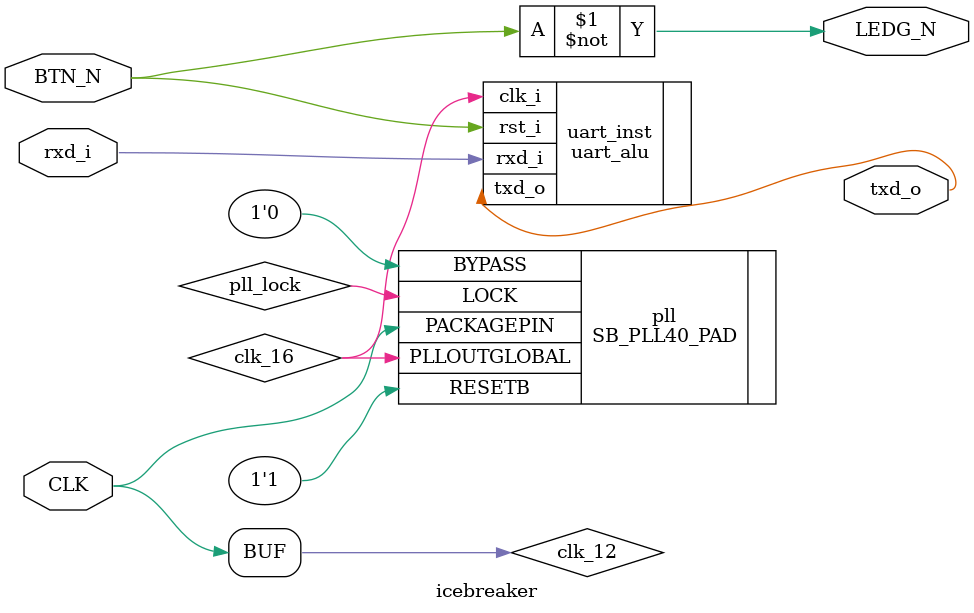
<source format=v>
module icebreaker (
    input  wire CLK,
    input  wire BTN_N,
    input  wire rxd_i,
    output wire txd_o,
    output wire LEDG_N
);
    wire clk_12 = CLK;        // Incoming 12 MHz clock
    wire clk_16;              // PLL-generated 16 MHz clock

    // icepll -i 12 -o 30
    SB_PLL40_PAD #(
        .FEEDBACK_PATH("SIMPLE"),
        .DIVR(4'd0),
        .DIVF(7'd84),
        .DIVQ(3'd6),
        .FILTER_RANGE(3'd1)
    ) pll (
        .LOCK(pll_lock),
        .RESETB(1'b1),
        .BYPASS(1'b0),
        .PACKAGEPIN(clk_12),
        .PLLOUTGLOBAL(clk_16)
    );

    // UART ALU instance
    uart_alu uart_inst (
        .clk_i       (clk_16),      // 50 MHz clock from PLL
        .rst_i       (BTN_N),       // Reset signal from button
        .rxd_i       (rxd_i),       // UART RX input
        .txd_o       (txd_o),       // UART TX output
    );

    assign LEDG_N = ~BTN_N;

endmodule

</source>
